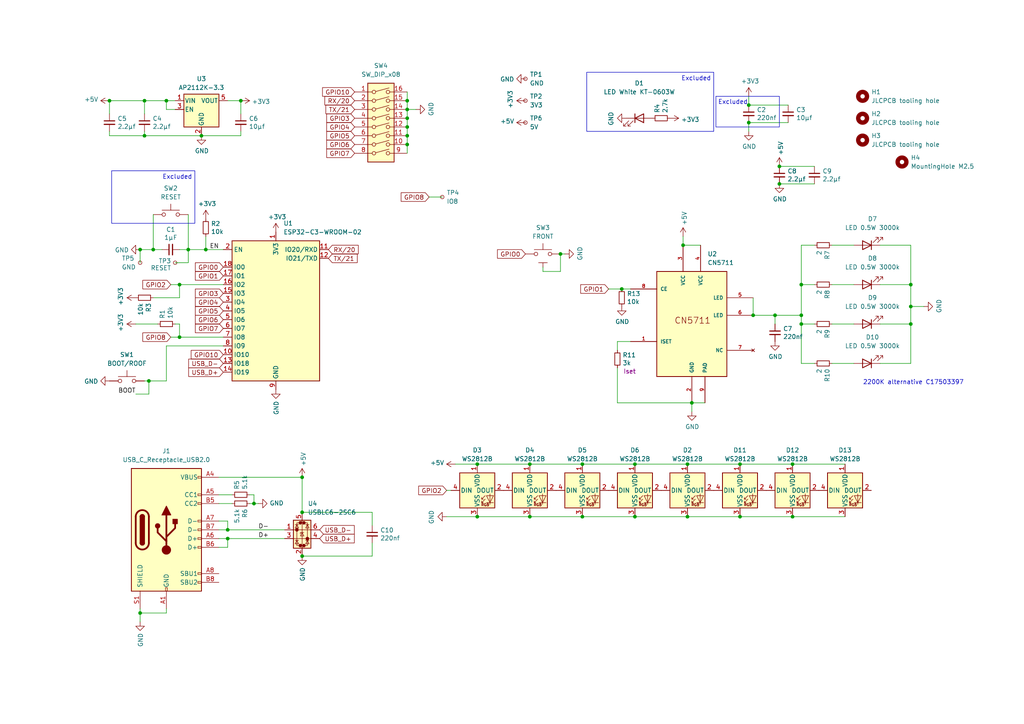
<source format=kicad_sch>
(kicad_sch (version 20231120) (generator "eeschema") (generator_version "8.0")
  (paper "A4")
  (lib_symbols
    (symbol "Connector:TestPoint_Small" (pin_numbers hide) (pin_names (offset 0.762) hide)
      (property "Reference" "TP" (at 0 3.81 0))
      (property "Value" "TestPoint_Small" (at 0 2.032 0))
      (symbol "TestPoint_Small_1_1"
        (pin passive line (at 0 0 90) (length 0) (name "1") (number "1"))
      )
    )
    (symbol "Connector:USB_C_Receptacle_USB2.0" (pin_names (offset 1.016))
      (property "Reference" "J" (at -10.16 19.05 0))
      (property "Value" "USB_C_Receptacle_USB2.0" (at 19.05 19.05 0))
      (symbol "USB_C_Receptacle_USB2.0_1_1"
        (pin passive line (at 0 -22.86 90) (length 5.08) (name "GND") (number "A1"))
        (pin passive line (at 0 -22.86 90) (length 5.08) hide (name "GND") (number "A12"))
        (pin passive line (at 15.24 15.24 180) (length 5.08) (name "VBUS") (number "A4"))
        (pin bidirectional line (at 15.24 10.16 180) (length 5.08) (name "CC1") (number "A5"))
        (pin bidirectional line (at 15.24 -2.54 180) (length 5.08) (name "D+") (number "A6"))
        (pin bidirectional line (at 15.24 2.54 180) (length 5.08) (name "D-") (number "A7"))
        (pin bidirectional line (at 15.24 -12.7 180) (length 5.08) (name "SBU1") (number "A8"))
        (pin passive line (at 15.24 15.24 180) (length 5.08) hide (name "VBUS") (number "A9"))
        (pin passive line (at 0 -22.86 90) (length 5.08) hide (name "GND") (number "B1"))
        (pin passive line (at 0 -22.86 90) (length 5.08) hide (name "GND") (number "B12"))
        (pin passive line (at 15.24 15.24 180) (length 5.08) hide (name "VBUS") (number "B4"))
        (pin bidirectional line (at 15.24 7.62 180) (length 5.08) (name "CC2") (number "B5"))
        (pin bidirectional line (at 15.24 -5.08 180) (length 5.08) (name "D+") (number "B6"))
        (pin bidirectional line (at 15.24 0 180) (length 5.08) (name "D-") (number "B7"))
        (pin bidirectional line (at 15.24 -15.24 180) (length 5.08) (name "SBU2") (number "B8"))
        (pin passive line (at 15.24 15.24 180) (length 5.08) hide (name "VBUS") (number "B9"))
        (pin passive line (at -7.62 -22.86 90) (length 5.08) (name "SHIELD") (number "S1"))
      )
    )
    (symbol "Device:C_Small" (pin_numbers hide) (pin_names (offset 0.254) hide)
      (property "Reference" "C" (at 0.254 1.778 0))
      (property "Value" "C_Small" (at 0.254 -2.032 0))
      (symbol "C_Small_1_1"
        (pin passive line (at 0 2.54 270) (length 2.032) (name "~") (number "1"))
        (pin passive line (at 0 -2.54 90) (length 2.032) (name "~") (number "2"))
      )
    )
    (symbol "Device:LED" (pin_numbers hide) (pin_names (offset 1.016) hide)
      (property "Reference" "D" (at 0 2.54 0))
      (property "Value" "LED" (at 0 -2.54 0))
      (symbol "LED_1_1"
        (pin passive line (at -3.81 0 0) (length 2.54) (name "K") (number "1"))
        (pin passive line (at 3.81 0 180) (length 2.54) (name "A") (number "2"))
      )
    )
    (symbol "Device:R_Small" (pin_numbers hide) (pin_names (offset 0.254) hide)
      (property "Reference" "R" (at 0.762 0.508 0))
      (property "Value" "R_Small" (at 0.762 -1.016 0))
      (symbol "R_Small_1_1"
        (pin passive line (at 0 2.54 270) (length 0.762) (name "~") (number "1"))
        (pin passive line (at 0 -2.54 90) (length 0.762) (name "~") (number "2"))
      )
    )
    (symbol "LED:WS2812B" (pin_names (offset 0.254))
      (property "Reference" "D" (at 5.08 5.715 0))
      (property "Value" "WS2812B" (at 1.27 -5.715 0))
      (symbol "WS2812B_0_0"
        (text "RGB" (at 2.286 -4.191 0) (effects (font (size 0.762 0.762))))
      )
      (symbol "WS2812B_1_1"
        (pin power_in line (at 0 7.62 270) (length 2.54) (name "VDD") (number "1"))
        (pin output line (at 7.62 0 180) (length 2.54) (name "DOUT") (number "2"))
        (pin power_in line (at 0 -7.62 90) (length 2.54) (name "VSS") (number "3"))
        (pin input line (at -7.62 0 0) (length 2.54) (name "DIN") (number "4"))
      )
    )
    (symbol "Mechanical:MountingHole" (pin_names (offset 1.016))
      (property "Reference" "H" (at 0 5.08 0))
      (property "Value" "MountingHole" (at 0 3.175 0))
    )
    (symbol "MountingHole_1" (pin_names (offset 1.016)) (exclude_from_sim yes) (in_bom no)
      (property "Reference" "H" (at 0 5.08 0))
      (property "Value" "MountingHole" (at 0 3.175 0))
    )
    (symbol "Power_Protection:USBLC6-2SC6" (pin_names hide)
      (property "Reference" "U" (at 0.635 5.715 0))
      (property "Value" "USBLC6-2SC6" (at 0.635 3.81 0))
      (symbol "USBLC6-2SC6_1_1"
        (pin passive line (at -5.08 0 0) (length 2.54) (name "I/O1") (number "1"))
        (pin passive line (at 0 -7.62 90) (length 2.54) (name "GND") (number "2"))
        (pin passive line (at -5.08 -2.54 0) (length 2.54) (name "I/O2") (number "3"))
        (pin passive line (at 5.08 -2.54 180) (length 2.54) (name "I/O2") (number "4"))
        (pin passive line (at 0 5.08 270) (length 2.54) (name "VBUS") (number "5"))
        (pin passive line (at 5.08 0 180) (length 2.54) (name "I/O1") (number "6"))
      )
    )
    (symbol "RF_Module:ESP32-C3-WROOM-02"
      (property "Reference" "U" (at -12.192 21.336 0))
      (property "Value" "ESP32-C3-WROOM-02" (at 12.192 21.336 0))
      (symbol "ESP32-C3-WROOM-02_1_1"
        (pin power_in line (at 0 22.86 270) (length 2.54) (name "3V3") (number "1"))
        (pin bidirectional line (at -15.24 -12.7 0) (length 2.54) (name "IO10") (number "10"))
        (pin bidirectional line (at 15.24 17.78 180) (length 2.54) (name "IO20/RXD") (number "11"))
        (pin bidirectional line (at 15.24 15.24 180) (length 2.54) (name "IO21/TXD") (number "12"))
        (pin bidirectional line (at -15.24 -15.24 0) (length 2.54) (name "IO18") (number "13"))
        (pin bidirectional line (at -15.24 -17.78 0) (length 2.54) (name "IO19") (number "14"))
        (pin bidirectional line (at -15.24 5.08 0) (length 2.54) (name "IO3") (number "15"))
        (pin bidirectional line (at -15.24 7.62 0) (length 2.54) (name "IO2") (number "16"))
        (pin bidirectional line (at -15.24 10.16 0) (length 2.54) (name "IO1") (number "17"))
        (pin bidirectional line (at -15.24 12.7 0) (length 2.54) (name "IO0") (number "18"))
        (pin passive line (at 0 -22.86 90) (length 2.54) hide (name "GND") (number "19"))
        (pin input line (at -15.24 17.78 0) (length 2.54) (name "EN") (number "2"))
        (pin bidirectional line (at -15.24 2.54 0) (length 2.54) (name "IO4") (number "3"))
        (pin bidirectional line (at -15.24 0 0) (length 2.54) (name "IO5") (number "4"))
        (pin bidirectional line (at -15.24 -2.54 0) (length 2.54) (name "IO6") (number "5"))
        (pin bidirectional line (at -15.24 -5.08 0) (length 2.54) (name "IO7") (number "6"))
        (pin bidirectional line (at -15.24 -7.62 0) (length 2.54) (name "IO8") (number "7"))
        (pin bidirectional line (at -15.24 -10.16 0) (length 2.54) (name "IO9") (number "8"))
        (pin power_in line (at 0 -22.86 90) (length 2.54) (name "GND") (number "9"))
      )
    )
    (symbol "Regulator_Linear:AP2112K-3.3" (pin_names (offset 0.254))
      (property "Reference" "U" (at -5.08 5.715 0))
      (property "Value" "AP2112K-3.3" (at 0 5.715 0))
      (symbol "AP2112K-3.3_1_1"
        (pin power_in line (at -7.62 2.54 0) (length 2.54) (name "VIN") (number "1"))
        (pin power_in line (at 0 -7.62 90) (length 2.54) (name "GND") (number "2"))
        (pin input line (at -7.62 0 0) (length 2.54) (name "EN") (number "3"))
        (pin no_connect line (at 5.08 0 180) (length 2.54) hide (name "NC") (number "4"))
        (pin power_out line (at 7.62 2.54 180) (length 2.54) (name "VOUT") (number "5"))
      )
    )
    (symbol "SW_Push_1" (pin_numbers hide) (pin_names (offset 1.016) hide)
      (property "Reference" "SW3" (at 0 7.62 0))
      (property "Value" "FRONT" (at 0 5.08 0))
      (symbol "SW_Push_1_0_1"
        (pin passive line (at -5.08 0 0) (length 2.54) (name "1") (number "1"))
        (pin passive line (at 5.08 0 180) (length 2.54) (name "2") (number "2"))
      )
      (symbol "SW_Push_1_1_0"
        (pin passive line (at 0 -3.81 90) (length 1.27) (name "Shield") (number "MP"))
      )
    )
    (symbol "Switch:SW_DIP_x08" (pin_names (offset 0) hide)
      (property "Reference" "SW" (at 0 13.97 0))
      (property "Value" "SW_DIP_x08" (at 0 -11.43 0))
      (symbol "SW_DIP_x08_1_1"
        (pin passive line (at -7.62 10.16 0) (length 5.08) (name "~") (number "1"))
        (pin passive line (at 7.62 -5.08 180) (length 5.08) (name "~") (number "10"))
        (pin passive line (at 7.62 -2.54 180) (length 5.08) (name "~") (number "11"))
        (pin passive line (at 7.62 0 180) (length 5.08) (name "~") (number "12"))
        (pin passive line (at 7.62 2.54 180) (length 5.08) (name "~") (number "13"))
        (pin passive line (at 7.62 5.08 180) (length 5.08) (name "~") (number "14"))
        (pin passive line (at 7.62 7.62 180) (length 5.08) (name "~") (number "15"))
        (pin passive line (at 7.62 10.16 180) (length 5.08) (name "~") (number "16"))
        (pin passive line (at -7.62 7.62 0) (length 5.08) (name "~") (number "2"))
        (pin passive line (at -7.62 5.08 0) (length 5.08) (name "~") (number "3"))
        (pin passive line (at -7.62 2.54 0) (length 5.08) (name "~") (number "4"))
        (pin passive line (at -7.62 0 0) (length 5.08) (name "~") (number "5"))
        (pin passive line (at -7.62 -2.54 0) (length 5.08) (name "~") (number "6"))
        (pin passive line (at -7.62 -5.08 0) (length 5.08) (name "~") (number "7"))
        (pin passive line (at -7.62 -7.62 0) (length 5.08) (name "~") (number "8"))
        (pin passive line (at 7.62 -7.62 180) (length 5.08) (name "~") (number "9"))
      )
    )
    (symbol "Switch:SW_Push" (pin_numbers hide) (pin_names (offset 1.016) hide)
      (property "Reference" "SW" (at 1.27 2.54 0))
      (property "Value" "SW_Push" (at 0 -1.524 0))
      (symbol "SW_Push_0_1"
        (pin passive line (at -5.08 0 0) (length 2.54) (name "1") (number "1"))
        (pin passive line (at 5.08 0 180) (length 2.54) (name "2") (number "2"))
      )
    )
    (symbol "esp32-dimmer-slim-rescue:+3.3V-power" (power) (pin_names (offset 0))
      (property "Value" "+3.3V-power" (at 0 3.556 0))
      (symbol "+3.3V-power_1_1"
        (pin power_in line (at 0 0 90) (length 0) hide (name "+3V3") (number "1"))
      )
    )
    (symbol "lighthouse_symbols:CN5711" (pin_names (offset 1.016))
      (property "Reference" "U" (at -5.08 2.54 0))
      (property "Value" "CN5711" (at 0.762 0.254 0))
      (symbol "CN5711_0_0"
        (text "CN5711" (at -5.08 0 0) (effects (font (size 1.778 1.778)) (justify left bottom)))
        (pin bidirectional line (at -17.78 -5.08 0) (length 7.62) (name "ISET") (number "1"))
        (pin bidirectional line (at 0 -22.86 90) (length 7.62) (name "GND") (number "2"))
        (pin bidirectional line (at -2.54 22.86 270) (length 7.62) (name "VCC") (number "3"))
        (pin bidirectional line (at 2.54 22.86 270) (length 7.62) (name "VCC") (number "4"))
        (pin bidirectional line (at 17.78 7.62 180) (length 7.62) (name "LED") (number "5"))
        (pin bidirectional line (at 17.78 2.54 180) (length 7.62) (name "LED") (number "6"))
        (pin no_connect line (at 17.78 -7.62 180) (length 7.62) (name "NC") (number "7"))
        (pin bidirectional line (at -17.78 10.16 0) (length 7.62) (name "CE") (number "8"))
      )
      (symbol "CN5711_1_0"
        (pin bidirectional line (at 3.81 -22.86 90) (length 7.62) (name "PAD") (number "9"))
      )
    )
    (symbol "lighthouse_symbols:LED 0.5W" (pin_numbers hide) (pin_names (offset 1.016) hide)
      (property "Reference" "D" (at 0 2.54 0))
      (property "Value" "LED 0.5W" (at 0 -2.54 0))
      (symbol "LED 0.5W_1_1"
        (pin passive line (at -3.81 0 0) (length 2.54) (name "K") (number "1"))
        (pin passive line (at 3.81 0 180) (length 2.54) (name "A") (number "2"))
      )
    )
    (symbol "power:+12C" (power) (pin_names (offset 0))
      (property "Value" "+12C" (at 0 3.81 0))
      (symbol "+12C_1_1"
        (pin power_in line (at 0 0 90) (length 0) hide (name "+12C") (number "1"))
      )
    )
    (symbol "power:+3V3" (power) (pin_names (offset 0))
      (property "Value" "+3V3" (at 0 3.556 0))
      (symbol "+3V3_1_1"
        (pin power_in line (at 0 0 90) (length 0) hide (name "+3V3") (number "1"))
      )
    )
    (symbol "power:GND" (power) (pin_names (offset 0))
      (property "Value" "GND" (at 0 -3.81 0))
      (symbol "GND_1_1"
        (pin power_in line (at 0 0 270) (length 0) hide (name "GND") (number "1"))
      )
    )
  )
  (junction (at 226.06 48.26))
  (junction (at 48.26 29.21))
  (junction (at 264.16 93.98))
  (junction (at 162.56 73.66))
  (junction (at 41.91 39.37))
  (junction (at 138.43 149.86))
  (junction (at 52.07 97.79))
  (junction (at 44.45 72.39))
  (junction (at 41.91 29.21))
  (junction (at 224.79 91.44))
  (junction (at 73.66 146.05))
  (junction (at 87.63 161.29))
  (junction (at 58.42 39.37))
  (junction (at 232.41 91.44))
  (junction (at 226.06 53.34))
  (junction (at 232.41 93.98))
  (junction (at 66.04 156.21))
  (junction (at 199.39 134.62))
  (junction (at 199.39 149.86))
  (junction (at 87.63 138.43))
  (junction (at 214.63 134.62))
  (junction (at 118.11 31.75))
  (junction (at 31.75 29.21))
  (junction (at 43.18 110.49))
  (junction (at 168.91 149.86))
  (junction (at 69.85 29.21))
  (junction (at 118.11 41.91))
  (junction (at 214.63 149.86))
  (junction (at 153.67 149.86))
  (junction (at 87.63 148.59))
  (junction (at 264.16 88.9))
  (junction (at 118.11 36.83))
  (junction (at 184.15 149.86))
  (junction (at 59.69 72.39))
  (junction (at 40.64 72.39))
  (junction (at 118.11 29.21))
  (junction (at 200.66 116.84))
  (junction (at 217.17 30.48))
  (junction (at 180.34 83.82))
  (junction (at 138.43 134.62))
  (junction (at 217.17 35.56))
  (junction (at 118.11 39.37))
  (junction (at 66.04 153.67))
  (junction (at 198.12 71.12))
  (junction (at 264.16 82.55))
  (junction (at 153.67 134.62))
  (junction (at 229.87 134.62))
  (junction (at 118.11 34.29))
  (junction (at 40.64 177.8))
  (junction (at 52.07 82.55))
  (junction (at 229.87 149.86))
  (junction (at 54.61 72.39))
  (junction (at 232.41 82.55))
  (junction (at 184.15 134.62))
  (junction (at 168.91 134.62))
  (junction (at 218.44 91.44))
  (wire (pts (xy 63.5 158.75) (xy 66.04 158.75)))
  (wire (pts (xy 224.79 91.44) (xy 232.41 91.44)))
  (wire (pts (xy 184.15 134.62) (xy 199.39 134.62)))
  (wire (pts (xy 87.63 138.43) (xy 87.63 148.59)))
  (wire (pts (xy 118.11 34.29) (xy 118.11 36.83)))
  (wire (pts (xy 241.3 105.41) (xy 247.65 105.41)))
  (wire (pts (xy 162.56 78.74) (xy 162.56 73.66)))
  (wire (pts (xy 264.16 82.55) (xy 255.27 82.55)))
  (wire (pts (xy 107.95 161.29) (xy 87.63 161.29)))
  (wire (pts (xy 176.53 83.82) (xy 180.34 83.82)))
  (wire (pts (xy 226.06 53.34) (xy 236.22 53.34)))
  (wire (pts (xy 217.17 35.56) (xy 228.6 35.56)))
  (wire (pts (xy 232.41 105.41) (xy 232.41 93.98)))
  (wire (pts (xy 40.64 177.8) (xy 40.64 180.34)))
  (wire (pts (xy 226.06 48.26) (xy 236.22 48.26)))
  (wire (pts (xy 129.54 149.86) (xy 138.43 149.86)))
  (wire (pts (xy 52.07 93.98) (xy 52.07 97.79)))
  (wire (pts (xy 255.27 93.98) (xy 264.16 93.98)))
  (wire (pts (xy 264.16 105.41) (xy 264.16 93.98)))
  (wire (pts (xy 41.91 110.49) (xy 43.18 110.49)))
  (wire (pts (xy 264.16 71.12) (xy 264.16 82.55)))
  (wire (pts (xy 200.66 116.84) (xy 200.66 119.38)))
  (wire (pts (xy 118.11 29.21) (xy 118.11 31.75)))
  (wire (pts (xy 40.64 176.53) (xy 40.64 177.8)))
  (wire (pts (xy 44.45 62.23) (xy 44.45 72.39)))
  (wire (pts (xy 58.42 39.37) (xy 69.85 39.37)))
  (wire (pts (xy 232.41 82.55) (xy 236.22 82.55)))
  (wire (pts (xy 59.69 72.39) (xy 64.77 72.39)))
  (wire (pts (xy 236.22 105.41) (xy 232.41 105.41)))
  (wire (pts (xy 49.53 97.79) (xy 52.07 97.79)))
  (wire (pts (xy 63.5 146.05) (xy 67.31 146.05)))
  (wire (pts (xy 66.04 29.21) (xy 69.85 29.21)))
  (wire (pts (xy 229.87 134.62) (xy 245.11 134.62)))
  (wire (pts (xy 54.61 72.39) (xy 59.69 72.39)))
  (wire (pts (xy 40.64 72.39) (xy 40.64 76.2)))
  (wire (pts (xy 64.77 100.33) (xy 48.26 100.33)))
  (wire (pts (xy 168.91 149.86) (xy 184.15 149.86)))
  (wire (pts (xy 59.69 68.58) (xy 59.69 72.39)))
  (wire (pts (xy 43.18 114.3) (xy 43.18 110.49)))
  (wire (pts (xy 41.91 33.02) (xy 41.91 29.21)))
  (wire (pts (xy 63.5 156.21) (xy 66.04 156.21)))
  (wire (pts (xy 50.8 31.75) (xy 48.26 31.75)))
  (wire (pts (xy 73.66 146.05) (xy 72.39 146.05)))
  (wire (pts (xy 44.45 72.39) (xy 46.99 72.39)))
  (wire (pts (xy 179.07 106.68) (xy 179.07 116.84)))
  (wire (pts (xy 43.18 110.49) (xy 48.26 110.49)))
  (wire (pts (xy 199.39 149.86) (xy 214.63 149.86)))
  (wire (pts (xy 118.11 36.83) (xy 118.11 39.37)))
  (wire (pts (xy 255.27 71.12) (xy 264.16 71.12)))
  (wire (pts (xy 40.64 177.8) (xy 48.26 177.8)))
  (wire (pts (xy 241.3 93.98) (xy 247.65 93.98)))
  (wire (pts (xy 264.16 93.98) (xy 264.16 88.9)))
  (wire (pts (xy 48.26 29.21) (xy 50.8 29.21)))
  (wire (pts (xy 50.8 76.2) (xy 54.61 76.2)))
  (wire (pts (xy 49.53 82.55) (xy 52.07 82.55)))
  (wire (pts (xy 31.75 39.37) (xy 41.91 39.37)))
  (wire (pts (xy 107.95 152.4) (xy 107.95 148.59)))
  (wire (pts (xy 66.04 156.21) (xy 82.55 156.21)))
  (wire (pts (xy 157.48 78.74) (xy 162.56 78.74)))
  (wire (pts (xy 229.87 149.86) (xy 245.11 149.86)))
  (wire (pts (xy 73.66 143.51) (xy 73.66 146.05)))
  (wire (pts (xy 48.26 100.33) (xy 48.26 110.49)))
  (wire (pts (xy 232.41 71.12) (xy 232.41 82.55)))
  (wire (pts (xy 217.17 27.94) (xy 217.17 30.48)))
  (wire (pts (xy 41.91 39.37) (xy 58.42 39.37)))
  (wire (pts (xy 69.85 38.1) (xy 69.85 39.37)))
  (wire (pts (xy 224.79 91.44) (xy 224.79 93.98)))
  (wire (pts (xy 198.12 71.12) (xy 203.2 71.12)))
  (wire (pts (xy 236.22 93.98) (xy 232.41 93.98)))
  (wire (pts (xy 200.66 116.84) (xy 204.47 116.84)))
  (wire (pts (xy 138.43 149.86) (xy 153.67 149.86)))
  (wire (pts (xy 138.43 134.62) (xy 153.67 134.62)))
  (wire (pts (xy 118.11 41.91) (xy 118.11 44.45)))
  (wire (pts (xy 198.12 68.58) (xy 198.12 71.12)))
  (wire (pts (xy 118.11 31.75) (xy 120.65 31.75)))
  (wire (pts (xy 264.16 88.9) (xy 264.16 82.55)))
  (wire (pts (xy 214.63 149.86) (xy 229.87 149.86)))
  (wire (pts (xy 124.46 57.15) (xy 128.27 57.15)))
  (wire (pts (xy 199.39 134.62) (xy 214.63 134.62)))
  (wire (pts (xy 54.61 76.2) (xy 54.61 72.39)))
  (wire (pts (xy 40.64 72.39) (xy 44.45 72.39)))
  (wire (pts (xy 179.07 99.06) (xy 182.88 99.06)))
  (wire (pts (xy 52.07 82.55) (xy 64.77 82.55)))
  (wire (pts (xy 255.27 105.41) (xy 264.16 105.41)))
  (wire (pts (xy 107.95 148.59) (xy 87.63 148.59)))
  (wire (pts (xy 118.11 26.67) (xy 118.11 29.21)))
  (wire (pts (xy 63.5 153.67) (xy 66.04 153.67)))
  (wire (pts (xy 39.37 93.98) (xy 45.72 93.98)))
  (wire (pts (xy 54.61 62.23) (xy 54.61 72.39)))
  (wire (pts (xy 232.41 82.55) (xy 232.41 91.44)))
  (wire (pts (xy 66.04 151.13) (xy 66.04 153.67)))
  (wire (pts (xy 63.5 143.51) (xy 67.31 143.51)))
  (wire (pts (xy 52.07 86.36) (xy 52.07 82.55)))
  (wire (pts (xy 241.3 71.12) (xy 247.65 71.12)))
  (wire (pts (xy 218.44 91.44) (xy 224.79 91.44)))
  (wire (pts (xy 44.45 86.36) (xy 52.07 86.36)))
  (wire (pts (xy 69.85 29.21) (xy 69.85 33.02)))
  (wire (pts (xy 241.3 82.55) (xy 247.65 82.55)))
  (wire (pts (xy 163.83 73.66) (xy 162.56 73.66)))
  (wire (pts (xy 52.07 97.79) (xy 64.77 97.79)))
  (wire (pts (xy 107.95 157.48) (xy 107.95 161.29)))
  (wire (pts (xy 218.44 86.36) (xy 218.44 91.44)))
  (wire (pts (xy 82.55 153.67) (xy 66.04 153.67)))
  (wire (pts (xy 179.07 116.84) (xy 200.66 116.84)))
  (wire (pts (xy 31.75 29.21) (xy 41.91 29.21)))
  (wire (pts (xy 217.17 38.1) (xy 217.17 35.56)))
  (wire (pts (xy 66.04 156.21) (xy 66.04 158.75)))
  (wire (pts (xy 153.67 134.62) (xy 168.91 134.62)))
  (wire (pts (xy 48.26 176.53) (xy 48.26 177.8)))
  (wire (pts (xy 232.41 91.44) (xy 232.41 93.98)))
  (wire (pts (xy 118.11 39.37) (xy 118.11 41.91)))
  (wire (pts (xy 41.91 29.21) (xy 48.26 29.21)))
  (wire (pts (xy 264.16 88.9) (xy 267.97 88.9)))
  (wire (pts (xy 132.08 134.62) (xy 138.43 134.62)))
  (wire (pts (xy 31.75 39.37) (xy 31.75 38.1)))
  (wire (pts (xy 73.66 143.51) (xy 72.39 143.51)))
  (wire (pts (xy 118.11 31.75) (xy 118.11 34.29)))
  (wire (pts (xy 236.22 71.12) (xy 232.41 71.12)))
  (wire (pts (xy 63.5 138.43) (xy 87.63 138.43)))
  (wire (pts (xy 214.63 134.62) (xy 229.87 134.62)))
  (wire (pts (xy 184.15 149.86) (xy 199.39 149.86)))
  (wire (pts (xy 153.67 149.86) (xy 168.91 149.86)))
  (wire (pts (xy 39.37 114.3) (xy 43.18 114.3)))
  (wire (pts (xy 31.75 29.21) (xy 31.75 33.02)))
  (wire (pts (xy 168.91 134.62) (xy 184.15 134.62)))
  (wire (pts (xy 50.8 93.98) (xy 52.07 93.98)))
  (wire (pts (xy 52.07 72.39) (xy 54.61 72.39)))
  (wire (pts (xy 73.66 146.05) (xy 74.93 146.05)))
  (wire (pts (xy 48.26 29.21) (xy 48.26 31.75)))
  (wire (pts (xy 179.07 101.6) (xy 179.07 99.06)))
  (wire (pts (xy 180.34 83.82) (xy 182.88 83.82)))
  (wire (pts (xy 41.91 38.1) (xy 41.91 39.37)))
  (wire (pts (xy 228.6 30.48) (xy 217.17 30.48)))
  (wire (pts (xy 157.48 77.47) (xy 157.48 78.74)))
  (wire (pts (xy 129.54 142.24) (xy 130.81 142.24)))
  (wire (pts (xy 63.5 151.13) (xy 66.04 151.13)))
  (rectangle (start 32.385 49.53) (end 56.515 64.77))
  (rectangle (start 170.18 20.955) (end 207.01 38.1))
  (rectangle (start 207.645 27.94) (end 226.06 36.83))
  (text "Excluded" (at 212.598 29.718 0) (effects (font (size 1.27 1.27))))
  (text "2200K alternative C17503397" (at 264.922 110.998 0) (effects (font (size 1.27 1.27))))
  (text "Excluded" (at 51.435 51.435 0) (effects (font (size 1.27 1.27))))
  (text "Excluded" (at 201.93 22.86 0) (effects (font (size 1.27 1.27))))
  (label "EN" (at 63.5 72.39 180))
  (label "D-" (at 74.93 153.67 0))
  (label "BOOT" (at 39.37 114.3 180))
  (label "D+" (at 74.93 156.21 0))
  (global_label "GPIO1" (shape input) (at 176.53 83.82 180) (property "Intersheetrefs" "${INTERSHEET_REFS}" (effects (hide yes))))
  (global_label "GPIO5" (shape input) (at 102.87 39.37 180) (property "Intersheetrefs" "${INTERSHEET_REFS}" (effects (hide yes))))
  (global_label "RX{slash}20" (shape input) (at 95.25 72.39 0) (property "Intersheetrefs" "${INTERSHEET_REFS}" (effects (hide yes))))
  (global_label "GPIO10" (shape input) (at 102.87 26.67 180) (property "Intersheetrefs" "${INTERSHEET_REFS}" (effects (hide yes))))
  (global_label "USB_D+" (shape input) (at 64.77 107.95 180) (property "Intersheetrefs" "${INTERSHEET_REFS}" (effects (hide yes))))
  (global_label "USB_D+" (shape input) (at 92.71 156.21 0) (property "Intersheetrefs" "${INTERSHEET_REFS}" (effects (hide yes))))
  (global_label "GPIO4" (shape input) (at 64.77 87.63 180) (property "Intersheetrefs" "${INTERSHEET_REFS}" (effects (hide yes))))
  (global_label "GPIO0" (shape input) (at 152.4 73.66 180) (property "Intersheetrefs" "${INTERSHEET_REFS}" (effects (hide yes))))
  (global_label "GPIO8" (shape input) (at 49.53 97.79 180) (property "Intersheetrefs" "${INTERSHEET_REFS}" (effects (hide yes))))
  (global_label "GPIO1" (shape input) (at 64.77 80.01 180) (property "Intersheetrefs" "${INTERSHEET_REFS}" (effects (hide yes))))
  (global_label "GPIO2" (shape input) (at 129.54 142.24 180) (property "Intersheetrefs" "${INTERSHEET_REFS}" (effects (hide yes))))
  (global_label "TX{slash}21" (shape input) (at 95.25 74.93 0) (property "Intersheetrefs" "${INTERSHEET_REFS}" (effects (hide yes))))
  (global_label "GPIO7" (shape input) (at 102.87 44.45 180) (property "Intersheetrefs" "${INTERSHEET_REFS}" (effects (hide yes))))
  (global_label "GPIO8" (shape input) (at 124.46 57.15 180) (property "Intersheetrefs" "${INTERSHEET_REFS}" (effects (hide yes))))
  (global_label "GPIO4" (shape input) (at 102.87 36.83 180) (property "Intersheetrefs" "${INTERSHEET_REFS}" (effects (hide yes))))
  (global_label "GPIO6" (shape input) (at 102.87 41.91 180) (property "Intersheetrefs" "${INTERSHEET_REFS}" (effects (hide yes))))
  (global_label "GPIO3" (shape input) (at 102.87 34.29 180) (property "Intersheetrefs" "${INTERSHEET_REFS}" (effects (hide yes))))
  (global_label "GPIO10" (shape input) (at 64.77 102.87 180) (property "Intersheetrefs" "${INTERSHEET_REFS}" (effects (hide yes))))
  (global_label "GPIO0" (shape input) (at 64.77 77.47 180) (property "Intersheetrefs" "${INTERSHEET_REFS}" (effects (hide yes))))
  (global_label "GPIO2" (shape input) (at 49.53 82.55 180) (property "Intersheetrefs" "${INTERSHEET_REFS}" (effects (hide yes))))
  (global_label "RX{slash}20" (shape input) (at 102.87 29.21 180) (property "Intersheetrefs" "${INTERSHEET_REFS}" (effects (hide yes))))
  (global_label "GPIO6" (shape input) (at 64.77 92.71 180) (property "Intersheetrefs" "${INTERSHEET_REFS}" (effects (hide yes))))
  (global_label "TX{slash}21" (shape input) (at 102.87 31.75 180) (property "Intersheetrefs" "${INTERSHEET_REFS}" (effects (hide yes))))
  (global_label "GPIO5" (shape input) (at 64.77 90.17 180) (property "Intersheetrefs" "${INTERSHEET_REFS}" (effects (hide yes))))
  (global_label "USB_D-" (shape input) (at 92.71 153.67 0) (property "Intersheetrefs" "${INTERSHEET_REFS}" (effects (hide yes))))
  (global_label "GPIO7" (shape input) (at 64.77 95.25 180) (property "Intersheetrefs" "${INTERSHEET_REFS}" (effects (hide yes))))
  (global_label "USB_D-" (shape input) (at 64.77 105.41 180) (property "Intersheetrefs" "${INTERSHEET_REFS}" (effects (hide yes))))
  (global_label "GPIO3" (shape input) (at 64.77 85.09 180) (property "Intersheetrefs" "${INTERSHEET_REFS}" (effects (hide yes))))
  (symbol (lib_id "Device:C_Small") (at 31.75 35.56 0) (unit 1)
    (property "Reference" "C5" (at 34.0868 34.3916 0) (effects (justify left)))
    (property "Value" "2.2µf" (at 34.0868 36.703 0) (effects (justify left)))
    (property "Footprint" "Capacitor_SMD:C_0603_1608Metric" (effects (hide yes)))
    (property "Description" "16V 2.2uF X5R ±10% 0603 Multilayer Ceramic Capacitors MLCC - SMD/SMT ROHS" (effects (hide yes)))
    (property "LCSC Part #" "C23630" (effects (hide yes)))
  )
  (symbol (lib_id "esp32-dimmer-slim-rescue:+3.3V-power") (at 59.69 63.5 0) (unit 1)
    (property "Reference" "#PWR04" (effects (hide yes)))
    (property "Value" "+3V3" (at 60.071 59.1058 0))
  )
  (symbol (lib_name "SW_Push_1") (lib_id "Switch:SW_Push") (at 157.48 73.66 0) (mirror y) (unit 1)
    (property "Reference" "SW3" (at 157.48 66.04 0))
    (property "Value" "FRONT" (at 157.48 68.58 0))
    (property "Footprint" "lighthouse_footprints:SW_Push_1P1T-MP_NO_Horizontal_Alps_SKRTLAE010" (effects (hide yes)))
    (property "Description" "TS-1133-C-A" (effects (hide yes)))
    (property "LCSC Part #" "C561509" (effects (hide yes)))
  )
  (symbol (lib_id "power:GND") (at 181.61 34.29 270) (unit 1) (in_bom no) (on_board no)
    (property "Reference" "#PWR010" (effects (hide yes)))
    (property "Value" "GND" (at 177.2158 34.417 0))
  )
  (symbol (lib_id "Device:C_Small") (at 217.17 33.02 0) (unit 1) (in_bom no) (on_board no)
    (property "Reference" "C2" (at 219.5068 31.8516 0) (effects (justify left)))
    (property "Value" "220nf" (at 219.5068 34.163 0) (effects (justify left)))
    (property "Footprint" "Capacitor_SMD:C_0603_1608Metric" (effects (hide yes)))
    (property "Description" "25V 220nF X7R ±10% 0603 Multilayer Ceramic Capacitors MLCC - SMD/SMT ROHS" (effects (hide yes)))
    (property "LCSC Part #" "C21120" (effects (hide yes)))
  )
  (symbol (lib_id "power:+12C") (at 31.75 29.21 90) (unit 1)
    (property "Reference" "#PWR027" (effects (hide yes)))
    (property "Value" "+5V" (at 28.5242 28.829 90) (effects (justify left)))
  )
  (symbol (lib_id "LED:WS2812B") (at 229.87 142.24 0) (unit 1)
    (property "Reference" "D12" (at 229.87 130.556 0))
    (property "Value" "WS2812B" (at 229.87 133.096 0))
    (property "Footprint" "LED_SMD:LED_WS2812B_PLCC4_5.0x5.0mm_P3.2mm" (effects (hide yes)))
    (property "Datasheet" "https://cdn-shop.adafruit.com/datasheets/WS2812B.pdf" (effects (hide yes)))
    (property "Description" "RGB LED with integrated controller" (effects (hide yes)))
    (property "LCSC Part #" "C2874885" (effects (hide yes)))
  )
  (symbol (lib_id "esp32-dimmer-slim-rescue:+3.3V-power") (at 69.85 29.21 270) (unit 1)
    (property "Reference" "#PWR026" (effects (hide yes)))
    (property "Value" "+3V3" (at 75.692 29.464 90))
  )
  (symbol (lib_id "lighthouse_symbols:LED 0.5W") (at 251.46 93.98 180) (unit 1)
    (property "Reference" "D9" (at 253.0475 86.36 0))
    (property "Value" "LED 0.5W 3000k" (at 253.0475 88.9 0))
    (property "Footprint" "lighthouse_footprints:LED_PLCC_2835" (effects (hide yes)))
    (property "Datasheet" "https://www.lcsc.com/datasheet/lcsc_datasheet_2410301745_OSRAM-Opto-Semicon-GW-JTLPS1-EM-JLKM-XX510-1-150-R33_C17503397.pdf" (effects (hide yes)))
    (property "Description" "Light emitting diode" (effects (hide yes)))
    (property "LCSC Part #" "C694723" (effects (hide yes)))
  )
  (symbol (lib_id "Connector:TestPoint_Small") (at 152.4 22.86 0) (unit 1)
    (property "Reference" "TP1" (at 153.67 21.59 0) (effects (justify left)))
    (property "Value" "GND" (at 153.67 24.13 0) (effects (justify left)))
    (property "Footprint" "TestPoint:TestPoint_Pad_D1.0mm" (effects (hide yes)))
  )
  (symbol (lib_id "lighthouse_symbols:LED 0.5W") (at 251.46 71.12 180) (unit 1)
    (property "Reference" "D7" (at 253.0475 63.5 0))
    (property "Value" "LED 0.5W 3000k" (at 253.0475 66.04 0))
    (property "Footprint" "lighthouse_footprints:LED_PLCC_2835" (effects (hide yes)))
    (property "Datasheet" "https://www.lcsc.com/datasheet/lcsc_datasheet_2410301745_OSRAM-Opto-Semicon-GW-JTLPS1-EM-JLKM-XX510-1-150-R33_C17503397.pdf" (effects (hide yes)))
    (property "Description" "Light emitting diode" (effects (hide yes)))
    (property "LCSC Part #" "C694723" (effects (hide yes)))
  )
  (symbol (lib_id "Device:C_Small") (at 228.6 33.02 0) (unit 1)
    (property "Reference" "C3" (at 230.9368 31.8516 0) (effects (justify left)))
    (property "Value" "10µf" (at 230.9368 34.163 0) (effects (justify left)))
    (property "Footprint" "Capacitor_SMD:C_0805_2012Metric" (effects (hide yes)))
    (property "Description" "25V 10uF X5R ±10% 0805 Multilayer Ceramic Capacitors MLCC - SMD/SMT ROHS" (effects (hide yes)))
    (property "LCSC Part #" "C15850" (effects (hide yes)))
  )
  (symbol (lib_id "Device:R_Small") (at 41.91 86.36 270) (unit 1)
    (property "Reference" "R3" (at 43.0784 87.8586 0) (effects (justify left)))
    (property "Value" "10k" (at 40.767 87.8586 0) (effects (justify left)))
    (property "Footprint" "Resistor_SMD:R_0603_1608Metric" (effects (hide yes)))
    (property "LCSC Part #" "C25804" (effects (hide yes)))
  )
  (symbol (lib_id "Device:R_Small") (at 48.26 93.98 90) (unit 1)
    (property "Reference" "R1" (at 47.0916 92.4814 0) (effects (justify left)))
    (property "Value" "10k" (at 49.403 92.4814 0) (effects (justify left)))
    (property "Footprint" "Resistor_SMD:R_0603_1608Metric" (effects (hide yes)))
    (property "LCSC Part #" "C25804" (effects (hide yes)))
  )
  (symbol (lib_id "Connector:TestPoint_Small") (at 152.4 35.56 0) (unit 1)
    (property "Reference" "TP6" (at 153.67 34.2899 0) (effects (justify left)))
    (property "Value" "5V" (at 153.67 36.8299 0) (effects (justify left)))
    (property "Footprint" "TestPoint:TestPoint_Pad_D1.0mm" (effects (hide yes)))
  )
  (symbol (lib_id "LED:WS2812B") (at 168.91 142.24 0) (unit 1)
    (property "Reference" "D5" (at 168.91 130.556 0))
    (property "Value" "WS2812B" (at 168.91 133.096 0))
    (property "Footprint" "LED_SMD:LED_WS2812B_PLCC4_5.0x5.0mm_P3.2mm" (effects (hide yes)))
    (property "Datasheet" "https://cdn-shop.adafruit.com/datasheets/WS2812B.pdf" (effects (hide yes)))
    (property "Description" "RGB LED with integrated controller" (effects (hide yes)))
    (property "LCSC Part #" "C2874885" (effects (hide yes)))
  )
  (symbol (lib_id "power:GND") (at 74.93 146.05 90) (unit 1)
    (property "Reference" "#PWR015" (effects (hide yes)))
    (property "Value" "GND" (at 78.1812 145.923 90) (effects (justify right)))
  )
  (symbol (lib_id "Device:R_Small") (at 69.85 143.51 90) (unit 1)
    (property "Reference" "R5" (at 68.6816 142.0114 0) (effects (justify left)))
    (property "Value" "5.1k" (at 70.993 142.0114 0) (effects (justify left)))
    (property "Footprint" "Resistor_SMD:R_0603_1608Metric" (effects (hide yes)))
    (property "LCSC Part #" "C23186" (effects (hide yes)))
  )
  (symbol (lib_id "Device:R_Small") (at 59.69 66.04 0) (unit 1)
    (property "Reference" "R2" (at 61.1886 64.8716 0) (effects (justify left)))
    (property "Value" "10k" (at 61.1886 67.183 0) (effects (justify left)))
    (property "Footprint" "Resistor_SMD:R_0603_1608Metric" (effects (hide yes)))
    (property "LCSC Part #" "C25804" (effects (hide yes)))
  )
  (symbol (lib_id "power:GND") (at 224.79 99.06 0) (unit 1)
    (property "Reference" "#PWR022" (effects (hide yes)))
    (property "Value" "GND" (at 224.917 103.4542 0))
  )
  (symbol (lib_id "Mechanical:MountingHole") (at 250.19 40.64 0) (unit 1) (in_bom no)
    (property "Reference" "H3" (at 252.73 39.37 0) (effects (justify left)))
    (property "Value" "JLCPCB tooling hole" (at 252.73 41.91 0) (effects (justify left)))
    (property "Footprint" "lighthouse_footprints:JLCPCB tooling hole" (effects (hide yes)))
  )
  (symbol (lib_id "Device:R_Small") (at 238.76 105.41 270) (unit 1)
    (property "Reference" "R10" (at 239.9284 106.9086 0) (effects (justify left)))
    (property "Value" "2" (at 237.617 106.9086 0) (effects (justify left)))
    (property "Footprint" "Resistor_SMD:R_0603_1608Metric" (effects (hide yes)))
    (property "LCSC Part #" "C22977" (effects (hide yes)))
  )
  (symbol (lib_id "power:GND") (at 217.17 38.1 0) (unit 1)
    (property "Reference" "#PWR09" (effects (hide yes)))
    (property "Value" "GND" (at 217.297 42.4942 0))
  )
  (symbol (lib_id "power:GND") (at 129.54 149.86 270) (unit 1)
    (property "Reference" "#PWR016" (effects (hide yes)))
    (property "Value" "GND" (at 125.1458 149.987 0))
  )
  (symbol (lib_id "Device:C_Small") (at 226.06 50.8 0) (unit 1)
    (property "Reference" "C8" (at 228.3968 49.6316 0) (effects (justify left)))
    (property "Value" "2.2µf" (at 228.3968 51.943 0) (effects (justify left)))
    (property "Footprint" "Capacitor_SMD:C_0603_1608Metric" (effects (hide yes)))
    (property "Description" "16V 2.2uF X5R ±10% 0603 Multilayer Ceramic Capacitors MLCC - SMD/SMT ROHS" (effects (hide yes)))
    (property "LCSC Part #" "C23630" (effects (hide yes)))
  )
  (symbol (lib_id "Connector:TestPoint_Small") (at 40.64 76.2 180) (unit 1)
    (property "Reference" "TP5" (at 35.306 74.93 0) (effects (justify right)))
    (property "Value" "GND" (at 35.306 77.47 0) (effects (justify right)))
    (property "Footprint" "TestPoint:TestPoint_Pad_D1.0mm" (effects (hide yes)))
  )
  (symbol (lib_id "LED:WS2812B") (at 153.67 142.24 0) (unit 1)
    (property "Reference" "D4" (at 153.67 130.556 0))
    (property "Value" "WS2812B" (at 153.67 133.096 0))
    (property "Footprint" "LED_SMD:LED_WS2812B_PLCC4_5.0x5.0mm_P3.2mm" (effects (hide yes)))
    (property "Datasheet" "https://cdn-shop.adafruit.com/datasheets/WS2812B.pdf" (effects (hide yes)))
    (property "Description" "RGB LED with integrated controller" (effects (hide yes)))
    (property "LCSC Part #" "C2874885" (effects (hide yes)))
  )
  (symbol (lib_id "esp32-dimmer-slim-rescue:+3.3V-power") (at 80.01 67.31 0) (unit 1)
    (property "Reference" "#PWR07" (effects (hide yes)))
    (property "Value" "+3V3" (at 80.391 62.9158 0))
  )
  (symbol (lib_id "Mechanical:MountingHole") (at 250.19 34.29 0) (unit 1) (in_bom no)
    (property "Reference" "H2" (at 252.73 33.02 0) (effects (justify left)))
    (property "Value" "JLCPCB tooling hole" (at 252.73 35.56 0) (effects (justify left)))
    (property "Footprint" "lighthouse_footprints:JLCPCB tooling hole" (effects (hide yes)))
  )
  (symbol (lib_id "Device:R_Small") (at 238.76 93.98 270) (unit 1)
    (property "Reference" "R9" (at 239.9284 95.4786 0) (effects (justify left)))
    (property "Value" "2" (at 237.617 95.4786 0) (effects (justify left)))
    (property "Footprint" "Resistor_SMD:R_0603_1608Metric" (effects (hide yes)))
    (property "LCSC Part #" "C22977" (effects (hide yes)))
  )
  (symbol (lib_id "LED:WS2812B") (at 214.63 142.24 0) (unit 1)
    (property "Reference" "D11" (at 214.63 130.556 0))
    (property "Value" "WS2812B" (at 214.63 133.096 0))
    (property "Footprint" "LED_SMD:LED_WS2812B_PLCC4_5.0x5.0mm_P3.2mm" (effects (hide yes)))
    (property "Datasheet" "https://cdn-shop.adafruit.com/datasheets/WS2812B.pdf" (effects (hide yes)))
    (property "Description" "RGB LED with integrated controller" (effects (hide yes)))
    (property "LCSC Part #" "C2874885" (effects (hide yes)))
  )
  (symbol (lib_id "power:GND") (at 267.97 88.9 90) (unit 1)
    (property "Reference" "#PWR017" (effects (hide yes)))
    (property "Value" "GND" (at 272.3642 88.773 0))
  )
  (symbol (lib_id "Connector:TestPoint_Small") (at 152.4 29.21 0) (unit 1)
    (property "Reference" "TP2" (at 153.67 27.94 0) (effects (justify left)))
    (property "Value" "3V3" (at 153.67 30.48 0) (effects (justify left)))
    (property "Footprint" "TestPoint:TestPoint_Pad_D1.0mm" (effects (hide yes)))
  )
  (symbol (lib_id "power:GND") (at 120.65 31.75 90) (unit 1)
    (property "Reference" "#PWR021" (effects (hide yes)))
    (property "Value" "GND" (at 125.0442 31.623 0))
  )
  (symbol (lib_id "power:GND") (at 87.63 161.29 0) (unit 1)
    (property "Reference" "#PWR028" (effects (hide yes)))
    (property "Value" "GND" (at 87.757 164.5412 90) (effects (justify right)))
  )
  (symbol (lib_id "Device:R_Small") (at 180.34 86.36 0) (unit 1)
    (property "Reference" "R13" (at 181.8386 85.1916 0) (effects (justify left)))
    (property "Value" "10k" (at 181.8386 87.503 0) (effects (justify left)))
    (property "Footprint" "Resistor_SMD:R_0603_1608Metric" (effects (hide yes)))
    (property "LCSC Part #" "C25804" (effects (hide yes)))
  )
  (symbol (lib_id "Device:R_Small") (at 179.07 104.14 0) (unit 1)
    (property "Reference" "R11" (at 180.5686 102.9716 0) (effects (justify left)))
    (property "Value" "3k" (at 180.5686 105.283 0) (effects (justify left)))
    (property "Footprint" "Resistor_SMD:R_0603_1608Metric" (effects (hide yes)))
    (property "Description" "Iset" (at 182.626 107.696 0))
    (property "LCSC Part #" "C4211" (effects (hide yes)))
  )
  (symbol (lib_id "LED:WS2812B") (at 245.11 142.24 0) (unit 1)
    (property "Reference" "D13" (at 245.11 130.556 0))
    (property "Value" "WS2812B" (at 245.11 133.096 0))
    (property "Footprint" "LED_SMD:LED_WS2812B_PLCC4_5.0x5.0mm_P3.2mm" (effects (hide yes)))
    (property "Datasheet" "https://cdn-shop.adafruit.com/datasheets/WS2812B.pdf" (effects (hide yes)))
    (property "Description" "RGB LED with integrated controller" (effects (hide yes)))
    (property "LCSC Part #" "C2874885" (effects (hide yes)))
  )
  (symbol (lib_id "Device:R_Small") (at 69.85 146.05 270) (unit 1)
    (property "Reference" "R6" (at 71.0184 147.5486 0) (effects (justify left)))
    (property "Value" "5.1k" (at 68.707 147.5486 0) (effects (justify left)))
    (property "Footprint" "Resistor_SMD:R_0603_1608Metric" (effects (hide yes)))
    (property "LCSC Part #" "C23186" (effects (hide yes)))
  )
  (symbol (lib_id "esp32-dimmer-slim-rescue:+3.3V-power") (at 39.37 86.36 90) (unit 1)
    (property "Reference" "#PWR05" (effects (hide yes)))
    (property "Value" "+3V3" (at 34.9758 85.979 0))
  )
  (symbol (lib_id "LED:WS2812B") (at 138.43 142.24 0) (unit 1)
    (property "Reference" "D3" (at 138.43 130.556 0))
    (property "Value" "WS2812B" (at 138.43 133.096 0))
    (property "Footprint" "LED_SMD:LED_WS2812B_PLCC4_5.0x5.0mm_P3.2mm" (effects (hide yes)))
    (property "Datasheet" "https://cdn-shop.adafruit.com/datasheets/WS2812B.pdf" (effects (hide yes)))
    (property "Description" "RGB LED with integrated controller" (effects (hide yes)))
    (property "LCSC Part #" "C2874885" (effects (hide yes)))
  )
  (symbol (lib_id "esp32-dimmer-slim-rescue:+3.3V-power") (at 217.17 27.94 0) (unit 1)
    (property "Reference" "#PWR08" (effects (hide yes)))
    (property "Value" "+3V3" (at 217.551 23.5458 0))
  )
  (symbol (lib_id "power:GND") (at 31.75 110.49 270) (unit 1)
    (property "Reference" "#PWR01" (effects (hide yes)))
    (property "Value" "GND" (at 28.4988 110.617 90) (effects (justify right)))
  )
  (symbol (lib_id "Switch:SW_DIP_x08") (at 110.49 36.83 0) (unit 1)
    (property "Reference" "SW4" (at 110.49 19.05 0))
    (property "Value" "SW_DIP_x08" (at 110.49 21.59 0))
    (property "Footprint" "Button_Switch_SMD:SW_DIP_SPSTx08_Slide_Copal_CHS-08A_W5.08mm_P1.27mm_JPin" (effects (hide yes)))
    (property "Description" "8x DIP Switch, Single Pole Single Throw (SPST) switch, small symbol" (effects (hide yes)))
    (property "LCSC Part #" "C3293147" (effects (hide yes)))
  )
  (symbol (lib_id "Connector:TestPoint_Small") (at 50.8 76.2 270) (unit 1)
    (property "Reference" "TP3" (at 45.974 75.692 90) (effects (justify left)))
    (property "Value" "RESET" (at 43.688 77.724 90) (effects (justify left)))
    (property "Footprint" "lighthouse_footprints:TestPoint_Pad_D1.0mm_no_court" (effects (hide yes)))
  )
  (symbol (lib_id "power:+12C") (at 87.63 138.43 0) (unit 1)
    (property "Reference" "#PWR029" (effects (hide yes)))
    (property "Value" "+5V" (at 88.011 135.2042 90) (effects (justify left)))
  )
  (symbol (lib_id "LED:WS2812B") (at 199.39 142.24 0) (unit 1)
    (property "Reference" "D2" (at 199.39 130.556 0))
    (property "Value" "WS2812B" (at 199.39 133.096 0))
    (property "Footprint" "LED_SMD:LED_WS2812B_PLCC4_5.0x5.0mm_P3.2mm" (effects (hide yes)))
    (property "Datasheet" "https://cdn-shop.adafruit.com/datasheets/WS2812B.pdf" (effects (hide yes)))
    (property "Description" "RGB LED with integrated controller" (effects (hide yes)))
    (property "LCSC Part #" "C2874885" (effects (hide yes)))
  )
  (symbol (lib_id "power:GND") (at 40.64 180.34 0) (unit 1)
    (property "Reference" "#PWR014" (effects (hide yes)))
    (property "Value" "GND" (at 40.767 183.5912 90) (effects (justify right)))
  )
  (symbol (lib_id "lighthouse_symbols:LED 0.5W") (at 251.46 82.55 180) (unit 1)
    (property "Reference" "D8" (at 253.0475 74.93 0))
    (property "Value" "LED 0.5W 3000k" (at 253.0475 77.47 0))
    (property "Footprint" "lighthouse_footprints:LED_PLCC_2835" (effects (hide yes)))
    (property "Datasheet" "https://www.lcsc.com/datasheet/lcsc_datasheet_2410301745_OSRAM-Opto-Semicon-GW-JTLPS1-EM-JLKM-XX510-1-150-R33_C17503397.pdf" (effects (hide yes)))
    (property "Description" "Light emitting diode" (effects (hide yes)))
    (property "LCSC Part #" "C694723" (effects (hide yes)))
  )
  (symbol (lib_id "power:GND") (at 40.64 72.39 270) (unit 1) (on_board no)
    (property "Reference" "#PWR03" (effects (hide yes)))
    (property "Value" "GND" (at 37.3888 72.517 90) (effects (justify right)))
  )
  (symbol (lib_id "LED:WS2812B") (at 184.15 142.24 0) (unit 1)
    (property "Reference" "D6" (at 184.15 130.556 0))
    (property "Value" "WS2812B" (at 184.15 133.096 0))
    (property "Footprint" "LED_SMD:LED_WS2812B_PLCC4_5.0x5.0mm_P3.2mm" (effects (hide yes)))
    (property "Datasheet" "https://cdn-shop.adafruit.com/datasheets/WS2812B.pdf" (effects (hide yes)))
    (property "Description" "RGB LED with integrated controller" (effects (hide yes)))
    (property "LCSC Part #" "C2874885" (effects (hide yes)))
  )
  (symbol (lib_id "Device:C_Small") (at 224.79 96.52 0) (unit 1)
    (property "Reference" "C7" (at 227.1268 95.3516 0) (effects (justify left)))
    (property "Value" "220nf" (at 227.1268 97.663 0) (effects (justify left)))
    (property "Footprint" "Capacitor_SMD:C_0603_1608Metric" (effects (hide yes)))
    (property "Description" "25V 220nF X7R ±10% 0603 Multilayer Ceramic Capacitors MLCC - SMD/SMT ROHS" (effects (hide yes)))
    (property "LCSC Part #" "C21120" (effects (hide yes)))
  )
  (symbol (lib_id "Switch:SW_Push") (at 36.83 110.49 0) (unit 1)
    (property "Reference" "SW1" (at 36.83 102.87 0))
    (property "Value" "BOOT/ROOF" (at 36.83 105.41 0))
    (property "Footprint" "lighthouse_footprints:SW_Push_1P1T_XKB_TS-1187A" (effects (hide yes)))
    (property "Description" "TS-1187A-C-J-B 260g 5mm" (effects (hide yes)))
    (property "LCSC Part #" "C318885" (effects (hide yes)))
  )
  (symbol (lib_id "Connector:TestPoint_Small") (at 128.27 57.15 0) (unit 1)
    (property "Reference" "TP4" (at 129.54 55.8799 0) (effects (justify left)))
    (property "Value" "IO8" (at 129.54 58.4199 0) (effects (justify left)))
    (property "Footprint" "TestPoint:TestPoint_Pad_D1.0mm" (effects (hide yes)))
  )
  (symbol (lib_id "power:GND") (at 58.42 39.37 0) (unit 1)
    (property "Reference" "#PWR025" (effects (hide yes)))
    (property "Value" "GND" (at 58.547 43.7642 0))
  )
  (symbol (lib_id "power:+3V3") (at 194.31 34.29 270) (unit 1) (in_bom no) (on_board no)
    (property "Reference" "#PWR011" (effects (hide yes)))
    (property "Value" "+3V3" (at 197.5612 34.671 90) (effects (justify left)))
  )
  (symbol (lib_id "Connector:USB_C_Receptacle_USB2.0") (at 48.26 153.67 0) (unit 1)
    (property "Reference" "J1" (at 48.26 130.81 0))
    (property "Value" "USB_C_Receptacle_USB2.0" (at 48.26 133.35 0))
    (property "Footprint" "lighthouse_footprints:USB_C_Receptacle_HRO_TYPE-C-31-M-12" (effects (hide yes)))
    (property "Datasheet" "https://www.usb.org/sites/default/files/documents/usb_type-c.zip" (effects (hide yes)))
    (property "LCSC Part #" "C165948" (effects (hide yes)))
  )
  (symbol (lib_id "Device:R_Small") (at 238.76 82.55 270) (unit 1)
    (property "Reference" "R8" (at 239.9284 84.0486 0) (effects (justify left)))
    (property "Value" "2" (at 237.617 84.0486 0) (effects (justify left)))
    (property "Footprint" "Resistor_SMD:R_0603_1608Metric" (effects (hide yes)))
    (property "LCSC Part #" "C22977" (effects (hide yes)))
  )
  (symbol (lib_id "power:+12C") (at 226.06 48.26 0) (unit 1)
    (property "Reference" "#PWR024" (effects (hide yes)))
    (property "Value" "+5V" (at 226.441 45.0342 90) (effects (justify left)))
  )
  (symbol (lib_id "Device:R_Small") (at 238.76 71.12 270) (unit 1)
    (property "Reference" "R7" (at 239.9284 72.6186 0) (effects (justify left)))
    (property "Value" "2" (at 237.617 72.6186 0) (effects (justify left)))
    (property "Footprint" "Resistor_SMD:R_0603_1608Metric" (effects (hide yes)))
    (property "LCSC Part #" "C22977" (effects (hide yes)))
  )
  (symbol (lib_id "RF_Module:ESP32-C3-WROOM-02") (at 80.01 90.17 0) (unit 1)
    (property "Reference" "U1" (at 82.2041 64.77 0) (effects (justify left)))
    (property "Value" "ESP32-C3-WROOM-02" (at 82.2041 67.31 0) (effects (justify left)))
    (property "Footprint" "lighthouse_footprints:ESP32-C3-WROOM-02" (effects (hide yes)))
    (property "Datasheet" "https://www.espressif.com/sites/default/files/documentation/esp32-c3-wroom-02_datasheet_en.pdf" (effects (hide yes)))
    (property "Description" "802.11 b/g/n Wi­Fi and Bluetooth 5 module, ESP32­C3 SoC, RISC­V microprocessor, On-board antenna" (effects (hide yes)))
  )
  (symbol (lib_id "Device:LED") (at 185.42 34.29 0) (unit 1) (in_bom no) (on_board no)
    (property "Reference" "D1" (at 185.42 24.13 0))
    (property "Value" "LED White KT-0603W" (at 185.42 26.67 0))
    (property "Footprint" "LED_SMD:LED_0603_1608Metric" (effects (hide yes)))
    (property "LCSC Part #" "C2290" (effects (hide yes)))
  )
  (symbol (lib_id "power:GND") (at 80.01 113.03 0) (unit 1)
    (property "Reference" "#PWR06" (effects (hide yes)))
    (property "Value" "GND" (at 80.137 116.2812 90) (effects (justify right)))
  )
  (symbol (lib_id "power:+12C") (at 132.08 134.62 90) (unit 1)
    (property "Reference" "#PWR030" (effects (hide yes)))
    (property "Value" "+5V" (at 128.8542 134.239 90) (effects (justify left)))
  )
  (symbol (lib_id "Power_Protection:USBLC6-2SC6") (at 87.63 153.67 0) (unit 1)
    (property "Reference" "U4" (at 89.2811 146.05 0) (effects (justify left)))
    (property "Value" "USBLC6-2SC6" (at 89.2811 148.59 0) (effects (justify left)))
    (property "Footprint" "Package_TO_SOT_SMD:SOT-23-6" (effects (hide yes)))
    (property "Datasheet" "https://www.st.com/resource/en/datasheet/usblc6-2.pdf" (effects (hide yes)))
    (property "Description" "Very low capacitance ESD protection diode, 2 data-line, SOT-23-6" (effects (hide yes)))
    (property "LCSC Part #" "C7519" (effects (hide yes)))
  )
  (symbol (lib_id "Device:C_Small") (at 41.91 35.56 0) (unit 1)
    (property "Reference" "C4" (at 44.2468 34.3916 0) (effects (justify left)))
    (property "Value" "2.2µf" (at 44.2468 36.703 0) (effects (justify left)))
    (property "Footprint" "Capacitor_SMD:C_0603_1608Metric" (effects (hide yes)))
    (property "Description" "16V 2.2uF X5R ±10% 0603 Multilayer Ceramic Capacitors MLCC - SMD/SMT ROHS" (effects (hide yes)))
    (property "LCSC Part #" "C23630" (effects (hide yes)))
  )
  (symbol (lib_id "Device:C_Small") (at 107.95 154.94 0) (unit 1)
    (property "Reference" "C10" (at 110.2868 153.7716 0) (effects (justify left)))
    (property "Value" "220nf" (at 110.2868 156.083 0) (effects (justify left)))
    (property "Footprint" "Capacitor_SMD:C_0603_1608Metric" (effects (hide yes)))
    (property "Description" "25V 220nF X7R ±10% 0603 Multilayer Ceramic Capacitors MLCC - SMD/SMT ROHS" (effects (hide yes)))
    (property "LCSC Part #" "C21120" (effects (hide yes)))
  )
  (symbol (lib_id "lighthouse_symbols:LED 0.5W") (at 251.46 105.41 180) (unit 1)
    (property "Reference" "D10" (at 253.0475 97.79 0))
    (property "Value" "LED 0.5W 3000k" (at 253.0475 100.33 0))
    (property "Footprint" "lighthouse_footprints:LED_PLCC_2835" (effects (hide yes)))
    (property "Datasheet" "https://www.lcsc.com/datasheet/lcsc_datasheet_2410301745_OSRAM-Opto-Semicon-GW-JTLPS1-EM-JLKM-XX510-1-150-R33_C17503397.pdf" (effects (hide yes)))
    (property "Description" "Light emitting diode" (effects (hide yes)))
    (property "LCSC Part #" "C694723" (effects (hide yes)))
  )
  (symbol (lib_id "Device:C_Small") (at 236.22 50.8 0) (unit 1)
    (property "Reference" "C9" (at 238.5568 49.6316 0) (effects (justify left)))
    (property "Value" "2.2µf" (at 238.5568 51.943 0) (effects (justify left)))
    (property "Footprint" "Capacitor_SMD:C_0603_1608Metric" (effects (hide yes)))
    (property "Description" "16V 2.2uF X5R ±10% 0603 Multilayer Ceramic Capacitors MLCC - SMD/SMT ROHS" (effects (hide yes)))
    (property "LCSC Part #" "C23630" (effects (hide yes)))
  )
  (symbol (lib_id "power:GND") (at 152.4 22.86 270) (unit 1)
    (property "Reference" "#PWR012" (effects (hide yes)))
    (property "Value" "GND" (at 149.1488 22.987 90) (effects (justify right)))
  )
  (symbol (lib_id "Device:C_Small") (at 69.85 35.56 0) (unit 1)
    (property "Reference" "C6" (at 72.1868 34.3916 0) (effects (justify left)))
    (property "Value" "10µf" (at 72.1868 36.703 0) (effects (justify left)))
    (property "Footprint" "Capacitor_SMD:C_0805_2012Metric" (effects (hide yes)))
    (property "Description" "25V 10uF X5R ±10% 0805 Multilayer Ceramic Capacitors MLCC - SMD/SMT ROHS" (effects (hide yes)))
    (property "LCSC Part #" "C15850" (effects (hide yes)))
  )
  (symbol (lib_id "power:GND") (at 200.66 119.38 0) (unit 1)
    (property "Reference" "#PWR019" (effects (hide yes)))
    (property "Value" "GND" (at 200.787 123.7742 0))
  )
  (symbol (lib_id "Mechanical:MountingHole") (at 250.19 27.94 0) (unit 1) (in_bom no)
    (property "Reference" "H1" (at 252.73 26.67 0) (effects (justify left)))
    (property "Value" "JLCPCB tooling hole" (at 252.73 29.21 0) (effects (justify left)))
    (property "Footprint" "lighthouse_footprints:JLCPCB tooling hole" (effects (hide yes)))
  )
  (symbol (lib_id "power:GND") (at 163.83 73.66 90) (unit 1)
    (property "Reference" "#PWR020" (effects (hide yes)))
    (property "Value" "GND" (at 168.2242 73.533 0))
  )
  (symbol (lib_id "Switch:SW_Push") (at 49.53 62.23 0) (unit 1) (in_bom no) (on_board no)
    (property "Reference" "SW2" (at 49.53 54.61 0))
    (property "Value" "RESET" (at 49.53 57.15 0))
    (property "Footprint" "lighthouse_footprints:SW_SPST_PTS810" (effects (hide yes)))
    (property "LCSC Part #" "C139797" (effects (hide yes)))
  )
  (symbol (lib_id "esp32-dimmer-slim-rescue:+3.3V-power") (at 39.37 93.98 90) (unit 1)
    (property "Reference" "#PWR02" (effects (hide yes)))
    (property "Value" "+3V3" (at 34.9758 93.599 0))
  )
  (symbol (lib_id "power:GND") (at 180.34 88.9 0) (unit 1)
    (property "Reference" "#PWR031" (effects (hide yes)))
    (property "Value" "GND" (at 180.467 93.2942 0))
  )
  (symbol (lib_id "power:GND") (at 226.06 53.34 0) (unit 1)
    (property "Reference" "#PWR023" (effects (hide yes)))
    (property "Value" "GND" (at 226.187 57.7342 0))
  )
  (symbol (lib_name "MountingHole_1") (lib_id "Mechanical:MountingHole") (at 261.62 46.99 0) (unit 1) (exclude_from_sim yes) (in_bom no)
    (property "Reference" "H4" (at 264.16 45.7199 0) (effects (justify left)))
    (property "Value" "MountingHole M2.5" (at 264.16 48.2599 0) (effects (justify left)))
    (property "Footprint" "lighthouse_footprints:MountingHole_2.7mm_M2.5" (effects (hide yes)))
    (property "Description" "Mounting Hole without connection" (effects (hide yes)))
  )
  (symbol (lib_id "esp32-dimmer-slim-rescue:+3.3V-power") (at 152.4 29.21 90) (unit 1)
    (property "Reference" "#PWR013" (effects (hide yes)))
    (property "Value" "+3V3" (at 148.0058 28.829 0))
  )
  (symbol (lib_id "lighthouse_symbols:CN5711") (at 200.66 93.98 0) (unit 1)
    (property "Reference" "U2" (at 205.2194 73.66 0) (effects (justify left)))
    (property "Value" "CN5711" (at 205.2194 76.2 0) (effects (justify left)))
    (property "Footprint" "Package_SO:SOIC-8-1EP_3.9x4.9mm_P1.27mm_EP2.41x3.3mm" (effects (hide yes)))
    (property "Description" "1.5A High Brightness LED Driver IC" (effects (hide yes)))
    (property "LCSC Part #" "C35634" (effects (hide yes)))
  )
  (symbol (lib_id "Regulator_Linear:AP2112K-3.3") (at 58.42 31.75 0) (unit 1)
    (property "Reference" "U3" (at 58.42 22.86 0))
    (property "Value" "AP2112K-3.3" (at 58.42 25.4 0))
    (property "Footprint" "Package_TO_SOT_SMD:SOT-23-5" (effects (hide yes)))
    (property "Datasheet" "https://www.diodes.com/assets/Datasheets/AP2112.pdf" (effects (hide yes)))
    (property "Description" "600mA low dropout linear regulator, with enable pin, 3.8V-6V input voltage range, 3.3V fixed positive output, SOT-23-5" (effects (hide yes)))
  )
  (symbol (lib_id "power:+12C") (at 198.12 68.58 0) (unit 1)
    (property "Reference" "#PWR018" (effects (hide yes)))
    (property "Value" "+5V" (at 198.501 65.3542 90) (effects (justify left)))
  )
  (symbol (lib_id "Device:R_Small") (at 191.77 34.29 90) (unit 1) (in_bom no) (on_board no)
    (property "Reference" "R4" (at 190.6016 32.7914 0) (effects (justify left)))
    (property "Value" "2.7k" (at 192.913 32.7914 0) (effects (justify left)))
    (property "Footprint" "Resistor_SMD:R_0603_1608Metric" (effects (hide yes)))
    (property "LCSC Part #" "C13167" (effects (hide yes)))
  )
  (symbol (lib_id "Device:C_Small") (at 49.53 72.39 90) (unit 1)
    (property "Reference" "C1" (at 49.53 66.5734 90))
    (property "Value" "1µF" (at 49.53 68.8848 90))
    (property "Footprint" "Capacitor_SMD:C_0603_1608Metric" (effects (hide yes)))
    (property "LCSC Part #" "C15849" (effects (hide yes)))
  )
  (symbol (lib_id "power:+12C") (at 152.4 35.56 90) (unit 1)
    (property "Reference" "#PWR032" (effects (hide yes)))
    (property "Value" "+5V" (at 149.1742 35.179 90) (effects (justify left)))
  )
)
</source>
